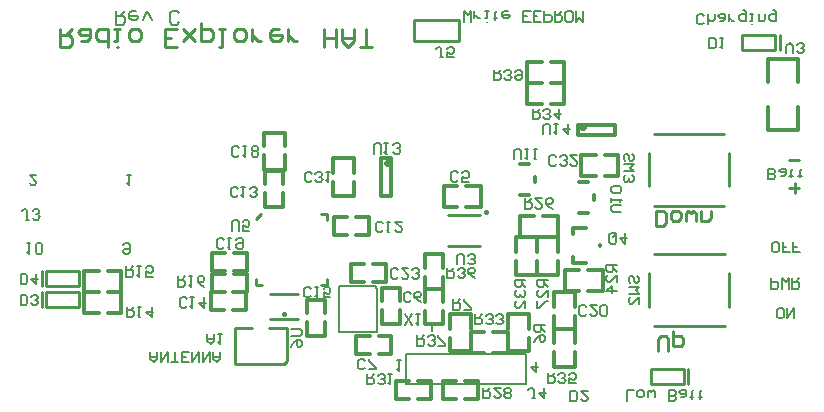
<source format=gbo>
*%FSLAX23Y23*%
*%MOIN*%
G01*
%ADD11C,0.000*%
%ADD12C,0.000*%
%ADD13C,0.000*%
%ADD14C,0.001*%
%ADD15C,0.002*%
%ADD16C,0.006*%
%ADD17C,0.007*%
%ADD18C,0.007*%
%ADD19C,0.008*%
%ADD20C,0.010*%
%ADD21C,0.012*%
%ADD22C,0.015*%
%ADD23C,0.015*%
%ADD24C,0.018*%
%ADD25C,0.020*%
%ADD26C,0.022*%
%ADD27C,0.024*%
%ADD28C,0.025*%
%ADD29C,0.028*%
%ADD30C,0.029*%
%ADD31C,0.031*%
%ADD32C,0.031*%
%ADD33C,0.035*%
%ADD34C,0.035*%
%ADD35C,0.039*%
%ADD36C,0.043*%
%ADD37C,0.045*%
%ADD38C,0.047*%
%ADD39C,0.048*%
%ADD40C,0.049*%
%ADD41C,0.050*%
%ADD42C,0.050*%
%ADD43C,0.051*%
%ADD44C,0.051*%
%ADD45C,0.054*%
%ADD46C,0.055*%
%ADD47C,0.055*%
%ADD48C,0.059*%
%ADD49C,0.059*%
%ADD50C,0.062*%
%ADD51C,0.066*%
%ADD52C,0.067*%
%ADD53C,0.070*%
%ADD54C,0.074*%
%ADD55C,0.115*%
%ADD56C,0.135*%
%ADD57C,0.138*%
%ADD58C,0.138*%
%ADD59C,0.158*%
%ADD60C,0.158*%
%ADD61C,0.190*%
%ADD62C,0.194*%
%ADD63C,0.236*%
%ADD64C,0.240*%
%ADD65R,0.011X0.030*%
%ADD66R,0.012X0.030*%
%ADD67R,0.014X0.033*%
%ADD68R,0.014X0.037*%
%ADD69R,0.015X0.034*%
%ADD70R,0.016X0.034*%
%ADD71R,0.018X0.037*%
%ADD72R,0.018X0.041*%
%ADD73R,0.020X0.025*%
%ADD74R,0.021X0.021*%
%ADD75R,0.024X0.029*%
%ADD76R,0.025X0.020*%
%ADD77R,0.029X0.024*%
%ADD78R,0.030X0.011*%
%ADD79R,0.030X0.030*%
%ADD80R,0.030X0.050*%
%ADD81R,0.031X0.031*%
%ADD82R,0.033X0.014*%
%ADD83R,0.034X0.015*%
%ADD84R,0.034X0.034*%
%ADD85R,0.034X0.054*%
%ADD86R,0.035X0.035*%
%ADD87R,0.037X0.014*%
%ADD88R,0.037X0.018*%
%ADD89R,0.039X0.014*%
%ADD90R,0.039X0.041*%
%ADD91R,0.040X0.050*%
%ADD92R,0.040X0.083*%
%ADD93R,0.041X0.018*%
%ADD94R,0.041X0.087*%
%ADD95R,0.043X0.018*%
%ADD96R,0.043X0.045*%
%ADD97R,0.044X0.054*%
%ADD98R,0.044X0.087*%
%ADD99R,0.045X0.091*%
%ADD100R,0.047X0.055*%
%ADD101R,0.048X0.024*%
%ADD102R,0.050X0.023*%
%ADD103R,0.050X0.030*%
%ADD104R,0.050X0.040*%
%ADD105R,0.050X0.060*%
%ADD106R,0.051X0.059*%
%ADD107R,0.052X0.028*%
%ADD108R,0.054X0.027*%
%ADD109R,0.054X0.034*%
%ADD110R,0.054X0.044*%
%ADD111R,0.054X0.064*%
%ADD112R,0.055X0.039*%
%ADD113R,0.057X0.012*%
%ADD114R,0.057X0.067*%
%ADD115R,0.059X0.043*%
%ADD116R,0.060X0.060*%
%ADD117R,0.061X0.024*%
%ADD118R,0.061X0.051*%
%ADD119R,0.061X0.016*%
%ADD120R,0.061X0.071*%
%ADD121R,0.063X0.039*%
%ADD122R,0.064X0.064*%
%ADD123R,0.065X0.028*%
%ADD124R,0.065X0.055*%
%ADD125R,0.067X0.043*%
%ADD126R,0.085X0.030*%
%ADD127R,0.085X0.085*%
%ADD128R,0.089X0.034*%
%ADD129R,0.094X0.030*%
%ADD130R,0.098X0.034*%
%ADD131R,0.104X0.104*%
%ADD132R,0.108X0.108*%
%ADD133R,0.116X0.138*%
%ADD134R,0.120X0.142*%
%ADD135R,0.169X0.169*%
%ADD136R,0.173X0.173*%
D16*
X9044Y7523D02*
Y7546D01*
Y7523D02*
X9056Y7511D01*
X9067Y7523D01*
Y7546D01*
Y7529D01*
X9044D01*
X9079Y7546D02*
Y7511D01*
X9102Y7546D01*
Y7511D01*
X9114D02*
X9137D01*
X9126D01*
Y7546D01*
X9149Y7511D02*
X9172D01*
X9149D02*
Y7546D01*
X9172D01*
X9161Y7529D02*
X9149D01*
X9184Y7546D02*
Y7511D01*
X9207Y7546D01*
Y7511D01*
X9219D02*
Y7546D01*
X9242D02*
X9219Y7511D01*
X9242D02*
Y7546D01*
X9254D02*
Y7523D01*
X9266Y7511D01*
X9277Y7523D01*
Y7546D01*
Y7529D01*
X9254D01*
X8929Y8636D02*
Y8681D01*
Y8636D02*
X8951D01*
X8959Y8644D01*
Y8659D01*
X8951Y8666D01*
X8929D01*
X8944D02*
X8959Y8681D01*
X8981D02*
X8996D01*
X8981D02*
X8974Y8674D01*
Y8659D01*
X8981Y8651D01*
X8996D01*
X9004Y8659D01*
Y8666D01*
X8974D01*
X9019Y8651D02*
X9034Y8681D01*
X9049Y8651D01*
X9131Y8636D02*
X9139Y8644D01*
X9131Y8636D02*
X9116D01*
X9109Y8644D01*
Y8674D01*
X9116Y8681D01*
X9131D01*
X9139Y8674D01*
X10089Y8681D02*
Y8646D01*
X10101Y8669D02*
X10089Y8681D01*
X10101Y8669D02*
X10112Y8681D01*
Y8646D01*
X10124Y8658D02*
Y8681D01*
Y8669D01*
X10130Y8664D01*
X10136Y8658D01*
X10141D01*
X10159Y8681D02*
X10171D01*
X10165D01*
Y8658D01*
X10159D01*
X10165Y8646D02*
X10166D01*
X10194Y8652D02*
Y8658D01*
X10188D01*
X10200D01*
X10194D01*
Y8675D01*
X10200Y8681D01*
X10223D02*
X10235D01*
X10223D02*
X10217Y8675D01*
Y8664D01*
X10223Y8658D01*
X10235D01*
X10241Y8664D01*
Y8669D01*
X10217D01*
X10287Y8646D02*
X10311D01*
X10287D02*
Y8681D01*
X10311D01*
X10299Y8664D02*
X10287D01*
X10322Y8646D02*
X10346D01*
X10322D02*
Y8681D01*
X10346D01*
X10334Y8664D02*
X10322D01*
X10357Y8681D02*
Y8646D01*
X10375D01*
X10381Y8652D01*
Y8664D01*
X10375Y8669D01*
X10357D01*
X10392Y8681D02*
Y8646D01*
X10410D01*
X10416Y8652D01*
Y8664D01*
X10410Y8669D01*
X10392D01*
X10404D02*
X10416Y8681D01*
X10433Y8646D02*
X10445D01*
X10433D02*
X10427Y8652D01*
Y8675D01*
X10433Y8681D01*
X10445D01*
X10451Y8675D01*
Y8652D01*
X10445Y8646D01*
X10462D02*
Y8681D01*
X10474Y8658D02*
X10462Y8646D01*
X10474Y8658D02*
X10486Y8646D01*
Y8681D01*
X11114Y7791D02*
Y7756D01*
X11131D01*
X11137Y7762D01*
Y7774D01*
X11131Y7779D01*
X11114D01*
X11149Y7791D02*
Y7756D01*
X11161Y7779D02*
X11149Y7791D01*
X11161Y7779D02*
X11172Y7791D01*
Y7756D01*
X11184D02*
Y7791D01*
Y7756D02*
X11201D01*
X11207Y7762D01*
Y7774D01*
X11201Y7779D01*
X11184D01*
X11196D02*
X11207Y7791D01*
X9879Y7517D02*
X9867D01*
X9873D02*
X9879D01*
X9873D02*
Y7482D01*
X9874D01*
X9873D02*
X9867Y7488D01*
X10329Y7477D02*
Y7512D01*
X10312Y7495D02*
X10329Y7477D01*
X10335Y7495D02*
X10312D01*
X11123Y7877D02*
X11134D01*
X11123D02*
X11117Y7883D01*
Y7906D01*
X11123Y7912D01*
X11134D01*
X11140Y7906D01*
Y7883D01*
X11134Y7877D01*
X11152D02*
X11175D01*
X11152D02*
Y7895D01*
X11164D01*
X11152D01*
Y7912D01*
X11187Y7877D02*
X11210D01*
X11187D02*
Y7895D01*
X11199D01*
X11187D01*
Y7912D01*
X11149Y7657D02*
X11138D01*
X11132Y7663D01*
Y7686D01*
X11138Y7692D01*
X11149D01*
X11155Y7686D01*
Y7663D01*
X11149Y7657D01*
X11167D02*
Y7692D01*
X11190D02*
X11167Y7657D01*
X11190D02*
Y7692D01*
X8664Y8136D02*
X8641D01*
X8664Y8113D01*
Y8107D01*
X8658Y8101D01*
X8647D01*
X8641Y8107D01*
X8966Y8136D02*
X8978D01*
X8972D01*
Y8101D01*
X8973D01*
X8972D02*
X8966Y8107D01*
X10884Y8637D02*
X10890Y8643D01*
X10884Y8637D02*
X10873D01*
X10867Y8643D01*
Y8666D01*
X10873Y8672D01*
X10884D01*
X10890Y8666D01*
X10902Y8672D02*
Y8637D01*
Y8655D02*
Y8672D01*
Y8655D02*
X10908Y8649D01*
X10919D01*
X10925Y8655D01*
Y8672D01*
X10943Y8649D02*
X10954D01*
X10960Y8655D01*
Y8672D01*
X10943D01*
X10937Y8666D01*
X10943Y8660D01*
X10960D01*
X10972Y8649D02*
Y8672D01*
Y8660D01*
X10978Y8655D01*
X10984Y8649D01*
X10989D01*
X11019Y8684D02*
X11024D01*
X11030Y8678D01*
Y8649D01*
X11013D01*
X11007Y8655D01*
Y8666D01*
X11013Y8672D01*
X11030D01*
X11042D02*
X11054D01*
X11048D01*
Y8649D01*
X11042D01*
X11048Y8637D02*
X11049D01*
X11071Y8649D02*
Y8672D01*
Y8649D02*
X11089D01*
X11094Y8655D01*
Y8672D01*
X11118Y8684D02*
X11124D01*
X11129Y8678D01*
Y8649D01*
X11112D01*
X11106Y8655D01*
Y8666D01*
X11112Y8672D01*
X11129D01*
X8958Y7907D02*
X8952Y7901D01*
X8958Y7907D02*
X8969D01*
X8975Y7901D01*
Y7878D01*
X8969Y7872D01*
X8958D01*
X8952Y7878D01*
Y7884D01*
X8958Y7890D01*
X8975D01*
X8644Y7907D02*
X8632D01*
X8638D02*
X8644D01*
X8638D02*
Y7872D01*
X8639D01*
X8638D02*
X8632Y7878D01*
X8661D02*
X8667Y7872D01*
X8679D01*
X8684Y7878D01*
Y7901D01*
X8679Y7907D01*
X8667D01*
X8661Y7901D01*
Y7878D01*
X10632Y7417D02*
Y7382D01*
Y7417D02*
X10655D01*
X10673D02*
X10684D01*
X10690Y7411D01*
Y7400D01*
X10684Y7394D01*
X10673D01*
X10667Y7400D01*
Y7411D01*
X10673Y7417D01*
X10702Y7411D02*
Y7394D01*
Y7411D02*
X10708Y7417D01*
X10714Y7411D01*
X10719Y7417D01*
X10725Y7411D01*
Y7394D01*
X10772Y7382D02*
Y7417D01*
X10789D01*
X10795Y7411D01*
Y7405D01*
X10789Y7400D01*
X10772D01*
X10773D01*
X10772D02*
X10773D01*
X10772D02*
X10773D01*
X10772D02*
X10789D01*
X10795Y7394D01*
Y7388D01*
X10789Y7382D01*
X10772D01*
X10813Y7394D02*
X10824D01*
X10830Y7400D01*
Y7417D01*
X10813D01*
X10807Y7411D01*
X10813Y7405D01*
X10830D01*
X10848Y7394D02*
Y7388D01*
Y7394D02*
X10842D01*
X10854D01*
X10848D01*
Y7411D01*
X10854Y7417D01*
X10877Y7394D02*
Y7388D01*
Y7394D02*
X10871D01*
X10883D01*
X10877D01*
Y7411D01*
X10883Y7417D01*
X11104Y8121D02*
Y8156D01*
X11121D01*
X11127Y8150D01*
Y8144D01*
X11121Y8139D01*
X11104D01*
X11105D01*
X11104D02*
X11105D01*
X11104D02*
X11105D01*
X11104D02*
X11121D01*
X11127Y8133D01*
Y8127D01*
X11121Y8121D01*
X11104D01*
X11145Y8133D02*
X11156D01*
X11162Y8139D01*
Y8156D01*
X11145D01*
X11139Y8150D01*
X11145Y8144D01*
X11162D01*
X11180Y8133D02*
Y8127D01*
Y8133D02*
X11174D01*
X11186D01*
X11180D01*
Y8150D01*
X11186Y8156D01*
X11209Y8133D02*
Y8127D01*
Y8133D02*
X11203D01*
X11215D01*
X11209D01*
Y8150D01*
X11215Y8156D01*
X10907Y8557D02*
Y8592D01*
X10924D01*
X10930Y8586D01*
Y8563D01*
X10924Y8557D01*
X10907D01*
X10942Y8592D02*
X10954D01*
X10948D01*
Y8557D01*
X10949D01*
X10948D02*
X10942Y8563D01*
X11164Y8564D02*
Y8541D01*
Y8564D02*
X11176Y8576D01*
X11187Y8564D01*
Y8541D01*
X11199Y8547D02*
X11205Y8541D01*
X11216D01*
X11222Y8547D01*
Y8553D01*
X11223D01*
X11222D02*
X11223D01*
X11222D02*
X11223D01*
X11222D02*
X11216Y8559D01*
X11211D01*
X11216D01*
X11222Y8564D01*
Y8570D01*
X11216Y8576D01*
X11205D01*
X11199Y8570D01*
X10597Y7935D02*
Y7912D01*
X10591Y7906D01*
X10580D01*
X10574Y7912D01*
Y7935D01*
X10580Y7941D01*
X10591D01*
X10597D02*
X10586Y7929D01*
X10591Y7941D02*
X10597Y7935D01*
X10626Y7941D02*
Y7906D01*
X10609Y7924D01*
X10632D01*
X10154Y7426D02*
Y7391D01*
X10171D01*
X10177Y7397D01*
Y7409D01*
X10171Y7414D01*
X10154D01*
X10166D02*
X10177Y7426D01*
X10189D02*
X10212D01*
X10189D02*
X10212Y7403D01*
Y7397D01*
X10206Y7391D01*
X10195D01*
X10189Y7397D01*
X10224D02*
X10230Y7391D01*
X10241D01*
X10247Y7397D01*
Y7403D01*
X10241Y7409D01*
X10247Y7414D01*
Y7420D01*
X10241Y7426D01*
X10230D01*
X10224Y7420D01*
Y7414D01*
X10230Y7409D01*
X10224Y7403D01*
Y7397D01*
X10230Y7409D02*
X10241D01*
X9767Y7437D02*
Y7472D01*
Y7437D02*
X9784D01*
X9790Y7443D01*
Y7455D01*
X9784Y7460D01*
X9767D01*
X9779D02*
X9790Y7472D01*
X9802Y7443D02*
X9808Y7437D01*
X9819D01*
X9825Y7443D01*
Y7449D01*
X9826D01*
X9825D02*
X9826D01*
X9825D02*
X9826D01*
X9825D02*
X9819Y7455D01*
X9814D01*
X9819D01*
X9825Y7460D01*
Y7466D01*
X9819Y7472D01*
X9808D01*
X9802Y7466D01*
X9837Y7472D02*
X9849D01*
X9843D01*
Y7437D01*
X9844D01*
X9843D02*
X9837Y7443D01*
X10316Y7391D02*
X10327D01*
X10321D02*
X10316D01*
X10321D02*
Y7420D01*
X10316Y7426D01*
X10310D01*
X10304Y7420D01*
X10356Y7426D02*
Y7391D01*
X10339Y7409D01*
X10362D01*
X9760Y7493D02*
X9754Y7487D01*
X9743D01*
X9737Y7493D01*
Y7516D01*
X9743Y7522D01*
X9754D01*
X9760Y7516D01*
X9772Y7487D02*
X9795D01*
Y7493D01*
X9772Y7516D01*
Y7522D01*
X9906Y7711D02*
X9912Y7717D01*
X9906Y7711D02*
X9895D01*
X9889Y7717D01*
Y7740D01*
X9895Y7746D01*
X9906D01*
X9912Y7740D01*
X9936Y7717D02*
X9947Y7711D01*
X9936Y7717D02*
X9924Y7729D01*
Y7740D01*
X9930Y7746D01*
X9941D01*
X9947Y7740D01*
Y7734D01*
X9941Y7729D01*
X9924D01*
X9340Y8202D02*
X9334Y8196D01*
X9323D01*
X9317Y8202D01*
Y8225D01*
X9323Y8231D01*
X9334D01*
X9340Y8225D01*
X9352Y8231D02*
X9364D01*
X9358D01*
Y8196D01*
X9359D01*
X9358D02*
X9352Y8202D01*
X9381D02*
X9387Y8196D01*
X9399D01*
X9404Y8202D01*
Y8208D01*
X9399Y8214D01*
X9404Y8219D01*
Y8225D01*
X9399Y8231D01*
X9387D01*
X9381Y8225D01*
Y8219D01*
X9387Y8214D01*
X9381Y8208D01*
Y8202D01*
X9387Y8214D02*
X9399D01*
X10009Y8527D02*
X10020D01*
X10014D02*
X10009D01*
X10014D02*
Y8556D01*
X10009Y8562D01*
X10003D01*
X9997Y8556D01*
X10032Y8527D02*
X10055D01*
X10032D02*
Y8545D01*
X10044Y8539D01*
X10049D01*
X10055Y8545D01*
Y8556D01*
X10049Y8562D01*
X10038D01*
X10032Y8556D01*
X10189Y8486D02*
Y8451D01*
X10206D01*
X10212Y8457D01*
Y8469D01*
X10206Y8474D01*
X10189D01*
X10201D02*
X10212Y8486D01*
X10224Y8457D02*
X10230Y8451D01*
X10241D01*
X10247Y8457D01*
Y8463D01*
X10248D01*
X10247D02*
X10248D01*
X10247D02*
X10248D01*
X10247D02*
X10241Y8469D01*
X10236D01*
X10241D01*
X10247Y8474D01*
Y8480D01*
X10241Y8486D01*
X10230D01*
X10224Y8480D01*
X10259D02*
X10265Y8486D01*
X10276D01*
X10282Y8480D01*
Y8457D01*
X10276Y8451D01*
X10265D01*
X10259Y8457D01*
Y8463D01*
X10265Y8469D01*
X10282D01*
X10319Y8356D02*
Y8321D01*
X10336D01*
X10342Y8327D01*
Y8339D01*
X10336Y8344D01*
X10319D01*
X10331D02*
X10342Y8356D01*
X10354Y8327D02*
X10360Y8321D01*
X10371D01*
X10377Y8327D01*
Y8333D01*
X10378D01*
X10377D02*
X10378D01*
X10377D02*
X10378D01*
X10377D02*
X10371Y8339D01*
X10366D01*
X10371D01*
X10377Y8344D01*
Y8350D01*
X10371Y8356D01*
X10360D01*
X10354Y8350D01*
X10406Y8356D02*
Y8321D01*
X10389Y8339D01*
X10412D01*
X10354Y8300D02*
Y8271D01*
Y8300D02*
X10360Y8306D01*
X10371D01*
X10377Y8300D01*
Y8271D01*
X10389Y8306D02*
X10401D01*
X10395D01*
Y8271D01*
X10396D01*
X10395D02*
X10389Y8277D01*
X10436Y8271D02*
Y8306D01*
X10418Y8289D02*
X10436Y8271D01*
X10441Y8289D02*
X10418D01*
X10444Y7416D02*
Y7381D01*
Y7416D02*
X10461D01*
X10467Y7410D01*
Y7387D01*
X10461Y7381D01*
X10444D01*
X10479Y7416D02*
X10502D01*
X10479D02*
X10502Y7393D01*
Y7387D01*
X10496Y7381D01*
X10485D01*
X10479Y7387D01*
X10644Y7775D02*
X10638Y7781D01*
Y7792D01*
X10644Y7798D01*
X10650D01*
X10656Y7792D01*
Y7781D01*
X10661Y7775D01*
X10667D01*
X10673Y7781D01*
Y7792D01*
X10667Y7798D01*
X10673Y7763D02*
X10638D01*
X10661Y7751D02*
X10673Y7763D01*
X10661Y7751D02*
X10673Y7740D01*
X10638D01*
X10673Y7728D02*
Y7705D01*
Y7728D02*
X10650Y7705D01*
X10644D01*
X10638Y7711D01*
Y7722D01*
X10644Y7728D01*
X10627Y8183D02*
X10621Y8189D01*
Y8200D01*
X10627Y8206D01*
X10633D01*
X10639Y8200D01*
Y8189D01*
X10644Y8183D01*
X10650D01*
X10656Y8189D01*
Y8200D01*
X10650Y8206D01*
X10656Y8171D02*
X10621D01*
X10644Y8159D02*
X10656Y8171D01*
X10644Y8159D02*
X10656Y8148D01*
X10621D01*
X10627Y8136D02*
X10621Y8130D01*
Y8119D01*
X10627Y8113D01*
X10633D01*
X10634D01*
X10633D02*
X10634D01*
X10633D02*
X10634D01*
X10633D02*
X10639Y8119D01*
Y8124D01*
Y8119D01*
X10644Y8113D01*
X10650D01*
X10656Y8119D01*
Y8130D01*
X10650Y8136D01*
X10397Y8172D02*
X10391Y8166D01*
X10380D01*
X10374Y8172D01*
Y8195D01*
X10380Y8201D01*
X10391D01*
X10397Y8195D01*
X10409Y8172D02*
X10415Y8166D01*
X10426D01*
X10432Y8172D01*
Y8178D01*
X10433D01*
X10432D02*
X10433D01*
X10432D02*
X10433D01*
X10432D02*
X10426Y8184D01*
X10421D01*
X10426D01*
X10432Y8189D01*
Y8195D01*
X10426Y8201D01*
X10415D01*
X10409Y8195D01*
X10444Y8201D02*
X10467D01*
X10444D02*
X10467Y8178D01*
Y8172D01*
X10461Y8166D01*
X10450D01*
X10444Y8172D01*
X10585Y8011D02*
X10614D01*
X10585D02*
X10579Y8017D01*
Y8028D01*
X10585Y8034D01*
X10614D01*
X10579Y8046D02*
Y8058D01*
Y8052D01*
X10614D01*
X10615D01*
X10614D02*
X10608Y8046D01*
Y8075D02*
X10614Y8081D01*
Y8093D01*
X10608Y8098D01*
X10585D01*
X10579Y8093D01*
Y8081D01*
X10585Y8075D01*
X10608D01*
X10257Y8187D02*
Y8216D01*
X10263Y8222D01*
X10274D01*
X10280Y8216D01*
Y8187D01*
X10292Y8222D02*
X10304D01*
X10298D01*
Y8187D01*
X10299D01*
X10298D02*
X10292Y8193D01*
X10321Y8222D02*
X10333D01*
X10327D01*
Y8187D01*
X10328D01*
X10327D02*
X10321Y8193D01*
X10070Y8118D02*
X10064Y8112D01*
X10053D01*
X10047Y8118D01*
Y8141D01*
X10053Y8147D01*
X10064D01*
X10070Y8141D01*
X10082Y8112D02*
X10105D01*
X10082D02*
Y8130D01*
X10094Y8124D01*
X10099D01*
X10105Y8130D01*
Y8141D01*
X10099Y8147D01*
X10088D01*
X10082Y8141D01*
X10034Y7826D02*
Y7791D01*
X10051D01*
X10057Y7797D01*
Y7809D01*
X10051Y7814D01*
X10034D01*
X10046D02*
X10057Y7826D01*
X10069Y7797D02*
X10075Y7791D01*
X10086D01*
X10092Y7797D01*
Y7803D01*
X10093D01*
X10092D02*
X10093D01*
X10092D02*
X10093D01*
X10092D02*
X10086Y7809D01*
X10081D01*
X10086D01*
X10092Y7814D01*
Y7820D01*
X10086Y7826D01*
X10075D01*
X10069Y7820D01*
X10116Y7797D02*
X10127Y7791D01*
X10116Y7797D02*
X10104Y7809D01*
Y7820D01*
X10110Y7826D01*
X10121D01*
X10127Y7820D01*
Y7814D01*
X10121Y7809D01*
X10104D01*
X9934Y7601D02*
Y7566D01*
X9951D01*
X9957Y7572D01*
Y7584D01*
X9951Y7589D01*
X9934D01*
X9946D02*
X9957Y7601D01*
X9969Y7572D02*
X9975Y7566D01*
X9986D01*
X9992Y7572D01*
Y7578D01*
X9993D01*
X9992D02*
X9993D01*
X9992D02*
X9993D01*
X9992D02*
X9986Y7584D01*
X9981D01*
X9986D01*
X9992Y7589D01*
Y7595D01*
X9986Y7601D01*
X9975D01*
X9969Y7595D01*
X10004Y7566D02*
X10027D01*
Y7572D01*
X10004Y7595D01*
Y7601D01*
X10054Y7686D02*
Y7721D01*
Y7686D02*
X10071D01*
X10077Y7692D01*
Y7704D01*
X10071Y7709D01*
X10054D01*
X10066D02*
X10077Y7721D01*
X10089Y7686D02*
X10112D01*
Y7692D01*
X10089Y7715D01*
Y7721D01*
X10127Y7672D02*
Y7637D01*
X10144D01*
X10150Y7643D01*
Y7655D01*
X10144Y7660D01*
X10127D01*
X10139D02*
X10150Y7672D01*
X10162Y7643D02*
X10168Y7637D01*
X10179D01*
X10185Y7643D01*
Y7649D01*
X10186D01*
X10185D02*
X10186D01*
X10185D02*
X10186D01*
X10185D02*
X10179Y7655D01*
X10174D01*
X10179D01*
X10185Y7660D01*
Y7666D01*
X10179Y7672D01*
X10168D01*
X10162Y7666D01*
X10197Y7643D02*
X10203Y7637D01*
X10214D01*
X10220Y7643D01*
Y7649D01*
X10221D01*
X10220D02*
X10221D01*
X10220D02*
X10221D01*
X10220D02*
X10214Y7655D01*
X10209D01*
X10214D01*
X10220Y7660D01*
Y7666D01*
X10214Y7672D01*
X10203D01*
X10197Y7666D01*
X10324Y7636D02*
X10359D01*
X10324D02*
Y7619D01*
X10330Y7613D01*
X10342D01*
X10347Y7619D01*
Y7636D01*
Y7624D02*
X10359Y7613D01*
X10330Y7589D02*
X10324Y7578D01*
X10330Y7589D02*
X10342Y7601D01*
X10353D01*
X10359Y7595D01*
Y7584D01*
X10353Y7578D01*
X10347D01*
X10342Y7584D01*
Y7601D01*
X10369Y7476D02*
Y7441D01*
X10386D01*
X10392Y7447D01*
Y7459D01*
X10386Y7464D01*
X10369D01*
X10381D02*
X10392Y7476D01*
X10404Y7447D02*
X10410Y7441D01*
X10421D01*
X10427Y7447D01*
Y7453D01*
X10428D01*
X10427D02*
X10428D01*
X10427D02*
X10428D01*
X10427D02*
X10421Y7459D01*
X10416D01*
X10421D01*
X10427Y7464D01*
Y7470D01*
X10421Y7476D01*
X10410D01*
X10404Y7470D01*
X10439Y7441D02*
X10462D01*
X10439D02*
Y7459D01*
X10451Y7453D01*
X10456D01*
X10462Y7459D01*
Y7470D01*
X10456Y7476D01*
X10445D01*
X10439Y7470D01*
X10491Y7666D02*
X10497Y7672D01*
X10491Y7666D02*
X10480D01*
X10474Y7672D01*
Y7695D01*
X10480Y7701D01*
X10491D01*
X10497Y7695D01*
X10509Y7701D02*
X10532D01*
X10509D02*
X10532Y7678D01*
Y7672D01*
X10526Y7666D01*
X10515D01*
X10509Y7672D01*
X10544D02*
X10550Y7666D01*
X10561D01*
X10567Y7672D01*
Y7695D01*
X10561Y7701D01*
X10550D01*
X10544Y7695D01*
Y7672D01*
X10564Y7836D02*
X10599D01*
X10564D02*
Y7819D01*
X10570Y7813D01*
X10582D01*
X10587Y7819D01*
Y7836D01*
Y7824D02*
X10599Y7813D01*
Y7801D02*
Y7778D01*
Y7801D02*
X10576Y7778D01*
X10570D01*
X10564Y7784D01*
Y7795D01*
X10570Y7801D01*
X10564Y7749D02*
X10599D01*
X10582Y7766D02*
X10564Y7749D01*
X10582Y7743D02*
Y7766D01*
X10294Y7786D02*
X10259D01*
Y7769D01*
X10265Y7763D01*
X10277D01*
X10282Y7769D01*
Y7786D01*
Y7774D02*
X10294Y7763D01*
X10265Y7751D02*
X10259Y7745D01*
Y7734D01*
X10265Y7728D01*
X10271D01*
X10272D01*
X10271D02*
X10272D01*
X10271D02*
X10272D01*
X10271D02*
X10277Y7734D01*
Y7739D01*
Y7734D01*
X10282Y7728D01*
X10288D01*
X10294Y7734D01*
Y7745D01*
X10288Y7751D01*
X10294Y7716D02*
Y7693D01*
Y7716D02*
X10271Y7693D01*
X10265D01*
X10259Y7699D01*
Y7710D01*
X10265Y7716D01*
X10334Y7786D02*
X10369D01*
X10334D02*
Y7769D01*
X10340Y7763D01*
X10352D01*
X10357Y7769D01*
Y7786D01*
Y7774D02*
X10369Y7763D01*
Y7751D02*
Y7728D01*
Y7751D02*
X10346Y7728D01*
X10340D01*
X10334Y7734D01*
Y7745D01*
X10340Y7751D01*
X10334Y7716D02*
Y7693D01*
X10340D01*
X10363Y7716D01*
X10369D01*
X10292Y8022D02*
Y8057D01*
Y8022D02*
X10309D01*
X10315Y8028D01*
Y8040D01*
X10309Y8045D01*
X10292D01*
X10304D02*
X10315Y8057D01*
X10327D02*
X10350D01*
X10327D02*
X10350Y8034D01*
Y8028D01*
X10344Y8022D01*
X10333D01*
X10327Y8028D01*
X10374D02*
X10385Y8022D01*
X10374Y8028D02*
X10362Y8040D01*
Y8051D01*
X10368Y8057D01*
X10379D01*
X10385Y8051D01*
Y8045D01*
X10379Y8040D01*
X10362D01*
X10067Y7866D02*
Y7837D01*
Y7866D02*
X10073Y7872D01*
X10084D01*
X10090Y7866D01*
Y7837D01*
X10102Y7843D02*
X10108Y7837D01*
X10119D01*
X10125Y7843D01*
Y7849D01*
X10126D01*
X10125D02*
X10126D01*
X10125D02*
X10126D01*
X10125D02*
X10119Y7855D01*
X10114D01*
X10119D01*
X10125Y7860D01*
Y7866D01*
X10119Y7872D01*
X10108D01*
X10102Y7866D01*
X9789Y8206D02*
Y8235D01*
X9795Y8241D01*
X9806D01*
X9812Y8235D01*
Y8206D01*
X9824Y8241D02*
X9836D01*
X9830D01*
Y8206D01*
X9831D01*
X9830D02*
X9824Y8212D01*
X9853D02*
X9859Y8206D01*
X9871D01*
X9876Y8212D01*
Y8218D01*
X9877D01*
X9876D02*
X9877D01*
X9876D02*
X9877D01*
X9876D02*
X9871Y8224D01*
X9865D01*
X9871D01*
X9876Y8229D01*
Y8235D01*
X9871Y8241D01*
X9859D01*
X9853Y8235D01*
X9582Y8117D02*
X9576Y8111D01*
X9565D01*
X9559Y8117D01*
Y8140D01*
X9565Y8146D01*
X9576D01*
X9582Y8140D01*
X9594Y8117D02*
X9600Y8111D01*
X9611D01*
X9617Y8117D01*
Y8123D01*
X9618D01*
X9617D02*
X9618D01*
X9617D02*
X9618D01*
X9617D02*
X9611Y8129D01*
X9606D01*
X9611D01*
X9617Y8134D01*
Y8140D01*
X9611Y8146D01*
X9600D01*
X9594Y8140D01*
X9629Y8146D02*
X9641D01*
X9635D01*
Y8111D01*
X9636D01*
X9635D02*
X9629Y8117D01*
X9813Y7945D02*
X9819Y7951D01*
X9813Y7945D02*
X9802D01*
X9796Y7951D01*
Y7974D01*
X9802Y7980D01*
X9813D01*
X9819Y7974D01*
X9831Y7980D02*
X9843D01*
X9837D01*
Y7945D01*
X9838D01*
X9837D02*
X9831Y7951D01*
X9860Y7980D02*
X9883D01*
X9860D02*
X9883Y7957D01*
Y7951D01*
X9878Y7945D01*
X9866D01*
X9860Y7951D01*
X9869Y7796D02*
X9863Y7790D01*
X9852D01*
X9846Y7796D01*
Y7819D01*
X9852Y7825D01*
X9863D01*
X9869Y7819D01*
X9881Y7825D02*
X9904D01*
X9881D02*
X9904Y7802D01*
Y7796D01*
X9898Y7790D01*
X9887D01*
X9881Y7796D01*
X9916D02*
X9922Y7790D01*
X9933D01*
X9939Y7796D01*
Y7802D01*
X9940D01*
X9939D02*
X9940D01*
X9939D02*
X9940D01*
X9939D02*
X9933Y7808D01*
X9928D01*
X9933D01*
X9939Y7813D01*
Y7819D01*
X9933Y7825D01*
X9922D01*
X9916Y7819D01*
X9917Y7671D02*
X9894Y7636D01*
X9917D02*
X9894Y7671D01*
X9929D02*
X9941D01*
X9935D01*
Y7636D01*
X9936D01*
X9935D02*
X9929Y7642D01*
X9580Y7733D02*
X9574Y7727D01*
X9563D01*
X9557Y7733D01*
Y7756D01*
X9563Y7762D01*
X9574D01*
X9580Y7756D01*
X9592Y7762D02*
X9604D01*
X9598D01*
Y7727D01*
X9599D01*
X9598D02*
X9592Y7733D01*
X9621Y7727D02*
X9644D01*
X9621D02*
Y7745D01*
X9633Y7739D01*
X9639D01*
X9644Y7745D01*
Y7756D01*
X9639Y7762D01*
X9627D01*
X9621Y7756D01*
X9543Y7621D02*
X9514D01*
X9543D02*
X9549Y7615D01*
Y7604D01*
X9543Y7598D01*
X9514D01*
X9520Y7574D02*
X9514Y7563D01*
X9520Y7574D02*
X9532Y7586D01*
X9543D01*
X9549Y7580D01*
Y7569D01*
X9543Y7563D01*
X9537D01*
X9532Y7569D01*
Y7586D01*
X9234Y7583D02*
Y7606D01*
Y7583D02*
X9246Y7571D01*
X9257Y7583D01*
Y7606D01*
Y7589D01*
X9234D01*
X9269Y7606D02*
X9281D01*
X9275D01*
Y7571D01*
X9276D01*
X9275D02*
X9269Y7577D01*
X9159Y7692D02*
X9165Y7698D01*
X9159Y7692D02*
X9148D01*
X9142Y7698D01*
Y7721D01*
X9148Y7727D01*
X9159D01*
X9165Y7721D01*
X9177Y7727D02*
X9189D01*
X9183D01*
Y7692D01*
X9184D01*
X9183D02*
X9177Y7698D01*
X9224Y7692D02*
Y7727D01*
X9206Y7710D02*
X9224Y7692D01*
X9229Y7710D02*
X9206D01*
X9137Y7762D02*
Y7797D01*
Y7762D02*
X9154D01*
X9160Y7768D01*
Y7780D01*
X9154Y7785D01*
X9137D01*
X9149D02*
X9160Y7797D01*
X9172D02*
X9184D01*
X9178D01*
Y7762D01*
X9179D01*
X9178D02*
X9172Y7768D01*
X9213D02*
X9224Y7762D01*
X9213Y7768D02*
X9201Y7780D01*
Y7791D01*
X9207Y7797D01*
X9219D01*
X9224Y7791D01*
Y7785D01*
X9219Y7780D01*
X9201D01*
X9283Y7890D02*
X9289Y7896D01*
X9283Y7890D02*
X9272D01*
X9266Y7896D01*
Y7919D01*
X9272Y7925D01*
X9283D01*
X9289Y7919D01*
X9301Y7925D02*
X9313D01*
X9307D01*
Y7890D01*
X9308D01*
X9307D02*
X9301Y7896D01*
X9330Y7919D02*
X9336Y7925D01*
X9348D01*
X9353Y7919D01*
Y7896D01*
X9348Y7890D01*
X9336D01*
X9330Y7896D01*
Y7902D01*
X9336Y7908D01*
X9353D01*
X9316Y7950D02*
Y7979D01*
X9322Y7985D01*
X9333D01*
X9339Y7979D01*
Y7950D01*
X9351D02*
X9374D01*
X9351D02*
Y7968D01*
X9363Y7962D01*
X9368D01*
X9374Y7968D01*
Y7979D01*
X9368Y7985D01*
X9357D01*
X9351Y7979D01*
X9329Y8061D02*
X9335Y8067D01*
X9329Y8061D02*
X9318D01*
X9312Y8067D01*
Y8090D01*
X9318Y8096D01*
X9329D01*
X9335Y8090D01*
X9347Y8096D02*
X9359D01*
X9353D01*
Y8061D01*
X9354D01*
X9353D02*
X9347Y8067D01*
X9376D02*
X9382Y8061D01*
X9394D01*
X9399Y8067D01*
Y8073D01*
X9400D01*
X9399D02*
X9400D01*
X9399D02*
X9400D01*
X9399D02*
X9394Y8079D01*
X9388D01*
X9394D01*
X9399Y8084D01*
Y8090D01*
X9394Y8096D01*
X9382D01*
X9376Y8090D01*
X8639Y7986D02*
X8628D01*
X8633D01*
Y8015D01*
X8628Y8021D01*
X8622D01*
X8616Y8015D01*
X8651Y7992D02*
X8657Y7986D01*
X8668D01*
X8674Y7992D01*
Y7998D01*
X8675D01*
X8674D02*
X8675D01*
X8674D02*
X8675D01*
X8674D02*
X8668Y8004D01*
X8663D01*
X8668D01*
X8674Y8009D01*
Y8015D01*
X8668Y8021D01*
X8657D01*
X8651Y8015D01*
X8611Y7736D02*
Y7701D01*
Y7736D02*
X8628D01*
X8634Y7730D01*
Y7707D01*
X8628Y7701D01*
X8611D01*
X8646Y7707D02*
X8652Y7701D01*
X8663D01*
X8669Y7707D01*
Y7713D01*
X8670D01*
X8669D02*
X8670D01*
X8669D02*
X8670D01*
X8669D02*
X8663Y7719D01*
X8658D01*
X8663D01*
X8669Y7724D01*
Y7730D01*
X8663Y7736D01*
X8652D01*
X8646Y7730D01*
X8611Y7771D02*
Y7806D01*
X8628D01*
X8634Y7800D01*
Y7777D01*
X8628Y7771D01*
X8611D01*
X8663D02*
Y7806D01*
X8646Y7789D02*
X8663Y7771D01*
X8669Y7789D02*
X8646D01*
X8964Y7796D02*
Y7831D01*
Y7796D02*
X8981D01*
X8987Y7802D01*
Y7814D01*
X8981Y7819D01*
X8964D01*
X8976D02*
X8987Y7831D01*
X8999D02*
X9011D01*
X9005D01*
Y7796D01*
X9006D01*
X9005D02*
X8999Y7802D01*
X9028Y7796D02*
X9051D01*
X9028D02*
Y7814D01*
X9040Y7808D01*
X9046D01*
X9051Y7814D01*
Y7825D01*
X9046Y7831D01*
X9034D01*
X9028Y7825D01*
X8966Y7696D02*
Y7661D01*
X8983D01*
X8989Y7667D01*
Y7679D01*
X8983Y7684D01*
X8966D01*
X8978D02*
X8989Y7696D01*
X9001D02*
X9013D01*
X9007D01*
Y7661D01*
X9008D01*
X9007D02*
X9001Y7667D01*
X9048Y7661D02*
Y7696D01*
X9030Y7679D02*
X9048Y7661D01*
X9053Y7679D02*
X9030D01*
D19*
X9984Y7641D02*
Y7616D01*
X10296Y7538D02*
Y7438D01*
X9896D02*
Y7538D01*
X10296D01*
Y7438D02*
X9896D01*
X9800Y7756D02*
X9791Y7766D01*
X9800Y7756D02*
X9800Y7612D01*
X9673D02*
Y7766D01*
Y7612D02*
X9800D01*
X9791Y7766D02*
X9673D01*
D20*
X8744Y8561D02*
Y8621D01*
Y8561D02*
X8774D01*
X8784Y8571D01*
Y8591D01*
X8774Y8601D01*
X8744D01*
X8764D02*
X8784Y8621D01*
X8814Y8581D02*
X8834D01*
X8844Y8591D01*
Y8621D01*
X8814D01*
X8804Y8611D01*
X8814Y8601D01*
X8844D01*
X8904Y8621D02*
Y8561D01*
Y8621D02*
X8874D01*
X8864Y8611D01*
Y8591D01*
X8874Y8581D01*
X8904D01*
X8924Y8621D02*
X8944D01*
X8934D01*
Y8581D01*
X8924D01*
X8934Y8561D02*
X8935D01*
X8984Y8621D02*
X9004D01*
X9014Y8611D01*
Y8591D01*
X9004Y8581D01*
X8984D01*
X8974Y8591D01*
Y8611D01*
X8984Y8621D01*
X9094Y8561D02*
X9134D01*
X9094D02*
Y8621D01*
X9134D01*
X9114Y8591D02*
X9094D01*
X9154Y8581D02*
X9194Y8621D01*
X9174Y8601D01*
X9194Y8581D01*
X9154Y8621D01*
X9214Y8641D02*
Y8581D01*
X9244D01*
X9254Y8591D01*
Y8611D01*
X9244Y8621D01*
X9214D01*
X9274D02*
X9294D01*
X9284D01*
Y8561D01*
X9274D01*
X9334Y8621D02*
X9354D01*
X9364Y8611D01*
Y8591D01*
X9354Y8581D01*
X9334D01*
X9324Y8591D01*
Y8611D01*
X9334Y8621D01*
X9384D02*
Y8581D01*
Y8601D02*
Y8621D01*
Y8601D02*
X9394Y8591D01*
X9404Y8581D01*
X9414D01*
X9454Y8621D02*
X9474D01*
X9454D02*
X9444Y8611D01*
Y8591D01*
X9454Y8581D01*
X9474D01*
X9484Y8591D01*
Y8601D01*
X9444D01*
X9504Y8621D02*
Y8581D01*
Y8601D02*
Y8621D01*
Y8601D02*
X9514Y8591D01*
X9524Y8581D01*
X9534D01*
X9624Y8561D02*
Y8621D01*
Y8591D01*
X9664D01*
Y8561D01*
Y8621D01*
X9684D02*
Y8581D01*
X9704Y8561D01*
X9724Y8581D01*
Y8621D01*
Y8591D01*
X9684D01*
X9744Y8561D02*
X9784D01*
X9764D01*
Y8621D01*
X10729Y8016D02*
Y7966D01*
Y8016D02*
X10754D01*
X10762Y8008D01*
Y7974D01*
X10754Y7966D01*
X10729D01*
X10787Y8016D02*
X10804D01*
X10812Y8008D01*
Y7991D01*
X10804Y7983D01*
X10787D01*
X10779Y7991D01*
Y8008D01*
X10787Y8016D01*
X10829Y8008D02*
Y7983D01*
Y8008D02*
X10837Y8016D01*
X10846Y8008D01*
X10854Y8016D01*
X10862Y8008D01*
Y7983D01*
X10879D02*
Y8016D01*
Y7983D02*
X10904D01*
X10912Y7991D01*
Y8016D01*
X10737Y7589D02*
Y7547D01*
Y7589D02*
X10745Y7597D01*
X10762D01*
X10770Y7589D01*
Y7547D01*
X10787Y7564D02*
Y7614D01*
Y7564D02*
X10812D01*
X10820Y7572D01*
Y7589D01*
X10812Y7597D01*
X10787D01*
X11174Y8186D02*
X11207D01*
Y8091D02*
X11174D01*
X11191Y8108D02*
Y8074D01*
X11142Y8552D02*
Y8602D01*
X11017D02*
Y8552D01*
X11127D02*
Y8602D01*
X11022D02*
X11017D01*
Y8552D02*
X11127D01*
Y8602D02*
X11022D01*
X9922Y8581D02*
Y8651D01*
X10071D02*
Y8581D01*
X9922D01*
Y8651D02*
X10071D01*
X10837Y7487D02*
Y7437D01*
X10712D02*
Y7487D01*
X10822D02*
Y7437D01*
X10717Y7487D02*
X10712D01*
Y7437D02*
X10822D01*
Y7487D02*
X10717D01*
X10707Y7696D02*
Y7807D01*
X10974D02*
Y7696D01*
X10958Y7871D02*
X10723D01*
Y7631D02*
X10958D01*
X10706Y8098D02*
Y8209D01*
X10973D02*
Y8098D01*
X10957Y8273D02*
X10722D01*
Y8033D02*
X10957D01*
X10167Y8015D02*
X10159D01*
Y8007D01*
X10167D01*
Y8015D01*
X10142Y7897D02*
X10037D01*
Y8002D02*
X10142D01*
X9491Y7675D02*
X9485D01*
Y7669D01*
X9491D01*
Y7675D01*
X9536Y7655D02*
X9441D01*
Y7740D02*
X9536D01*
X9498Y7515D02*
X9490Y7505D01*
X9498Y7515D02*
Y7624D01*
X9325Y7624D02*
Y7506D01*
X9326Y7504D02*
X9488D01*
X9384Y7624D02*
X9327D01*
X9440D02*
X9495D01*
X9396Y7987D02*
X9413Y8005D01*
X9396Y7790D02*
Y7770D01*
X9631D02*
Y7790D01*
Y7985D02*
Y8005D01*
X9416Y7770D02*
X9396D01*
X9611Y8005D02*
X9631D01*
Y7770D02*
X9611D01*
X8681Y7746D02*
Y7696D01*
X8806D02*
Y7746D01*
X8696D02*
Y7696D01*
X8801D02*
X8806D01*
Y7746D02*
X8696D01*
Y7696D02*
X8801D01*
X8681Y7766D02*
Y7816D01*
X8806D02*
Y7766D01*
X8696D02*
Y7816D01*
X8801Y7766D02*
X8806D01*
Y7816D02*
X8696D01*
Y7766D02*
X8801D01*
D21*
X11204Y8446D02*
Y8521D01*
X11104D02*
Y8446D01*
Y8361D02*
Y8286D01*
X11204D02*
Y8361D01*
Y8521D02*
X11104D01*
Y8286D02*
X11204D01*
X10452Y7862D02*
Y7842D01*
X10542Y7897D02*
Y7902D01*
X10452Y7937D02*
Y7957D01*
Y7842D02*
X10497D01*
Y7957D02*
X10452D01*
X10137Y7447D02*
Y7387D01*
X10020D02*
Y7447D01*
X10092D02*
X10137D01*
Y7387D02*
X10092D01*
X10062D02*
X10020D01*
Y7447D02*
X10062D01*
X9862D02*
Y7387D01*
X9979D02*
Y7447D01*
X9907Y7387D02*
X9862D01*
Y7447D02*
X9907D01*
X9937D02*
X9979D01*
Y7387D02*
X9937D01*
X9730Y7537D02*
Y7597D01*
X9847D02*
Y7537D01*
X9775D02*
X9730D01*
Y7597D02*
X9775D01*
X9805D02*
X9847D01*
Y7537D02*
X9805D01*
X9876Y7640D02*
Y7685D01*
X9816D02*
Y7640D01*
Y7715D02*
Y7757D01*
X9876D02*
Y7715D01*
Y7640D02*
X9816D01*
Y7757D02*
X9876D01*
X9422Y8231D02*
Y8276D01*
X9492D02*
Y8231D01*
Y8201D02*
Y8151D01*
X9422D02*
Y8201D01*
Y8276D02*
X9492D01*
Y8151D02*
X9422D01*
X10424Y8441D02*
Y8511D01*
X10299D02*
Y8441D01*
X10379Y8511D02*
X10424D01*
Y8441D02*
X10379D01*
X10349D02*
X10299D01*
Y8511D02*
X10349D01*
X10299Y8441D02*
Y8371D01*
X10424D02*
Y8441D01*
X10349D02*
X10299D01*
Y8371D02*
X10349D01*
X10379D02*
X10424D01*
Y8441D02*
X10379D01*
X10491Y8292D02*
X10490Y8289D01*
X10487Y8287D01*
X10483Y8287D01*
X10481Y8290D01*
Y8294D01*
X10483Y8297D01*
X10487Y8297D01*
X10490Y8295D01*
X10491Y8292D01*
X10594Y8302D02*
Y8269D01*
X10468D02*
Y8302D01*
Y8269D02*
X10594D01*
Y8302D02*
X10468D01*
X10479Y8201D02*
Y8131D01*
X10604D02*
Y8201D01*
X10529D02*
X10479D01*
Y8131D02*
X10529D01*
X10559D02*
X10604D01*
Y8201D02*
X10559D01*
X10522Y8067D02*
Y8052D01*
X10502Y8007D02*
X10472D01*
Y8112D02*
X10502D01*
X10327D02*
Y8127D01*
X10307Y8067D02*
X10277D01*
Y8172D02*
X10307D01*
X10147Y8097D02*
Y8027D01*
X10022D02*
Y8097D01*
X10097Y8027D02*
X10147D01*
Y8097D02*
X10097D01*
X10067D02*
X10022D01*
Y8027D02*
X10067D01*
X9959Y7796D02*
Y7754D01*
X10019D02*
Y7796D01*
Y7826D02*
Y7871D01*
X9959D02*
Y7826D01*
Y7754D02*
X10019D01*
Y7871D02*
X9959D01*
Y7681D02*
Y7639D01*
X10019D02*
Y7681D01*
Y7711D02*
Y7756D01*
X9959D02*
Y7711D01*
Y7639D02*
X10019D01*
Y7756D02*
X9959D01*
X10112Y7592D02*
Y7547D01*
X10042D02*
Y7592D01*
Y7622D02*
Y7672D01*
X10112D02*
Y7622D01*
Y7547D02*
X10042D01*
Y7672D02*
X10112D01*
Y7612D02*
Y7542D01*
X10237D02*
Y7612D01*
X10157Y7542D02*
X10112D01*
Y7612D02*
X10157D01*
X10187D02*
X10237D01*
Y7542D02*
X10187D01*
X10307Y7547D02*
Y7592D01*
X10237D02*
Y7547D01*
Y7622D02*
Y7672D01*
X10307D02*
Y7622D01*
Y7547D02*
X10237D01*
Y7672D02*
X10307D01*
X10389Y7546D02*
Y7496D01*
X10459D02*
Y7546D01*
Y7576D02*
Y7621D01*
X10389D02*
Y7576D01*
Y7496D02*
X10459D01*
Y7621D02*
X10389D01*
X10459Y7696D02*
Y7746D01*
X10389D02*
Y7696D01*
Y7666D02*
Y7621D01*
X10459D02*
Y7666D01*
Y7746D02*
X10389D01*
Y7621D02*
X10459D01*
X10427Y7747D02*
Y7817D01*
X10552D02*
Y7747D01*
X10472D02*
X10427D01*
Y7817D02*
X10472D01*
X10502D02*
X10552D01*
Y7747D02*
X10502D01*
X10332Y7877D02*
Y7927D01*
X10262D02*
Y7877D01*
Y7847D02*
Y7802D01*
X10332D02*
Y7847D01*
Y7927D02*
X10262D01*
Y7802D02*
X10332D01*
X10402Y7877D02*
Y7927D01*
X10332D02*
Y7877D01*
Y7847D02*
Y7802D01*
X10402D02*
Y7847D01*
Y7927D02*
X10332D01*
Y7802D02*
X10402D01*
X10277Y7927D02*
Y7997D01*
X10402D02*
Y7927D01*
X10322D02*
X10277D01*
Y7997D02*
X10322D01*
X10352D02*
X10402D01*
Y7927D02*
X10352D01*
X9840Y8174D02*
X9839Y8171D01*
X9836Y8169D01*
X9832Y8169D01*
X9830Y8172D01*
Y8176D01*
X9832Y8179D01*
X9836Y8179D01*
X9839Y8177D01*
X9840Y8174D01*
X9812Y8192D02*
Y8066D01*
X9845D02*
Y8192D01*
Y8066D02*
X9812D01*
Y8192D02*
X9845D01*
X9724Y8191D02*
Y8141D01*
X9654D02*
Y8191D01*
Y8111D02*
Y8066D01*
X9724D02*
Y8111D01*
Y8191D02*
X9654D01*
Y8066D02*
X9724D01*
X9773Y7995D02*
Y7935D01*
X9656D02*
Y7995D01*
X9728D02*
X9773D01*
Y7935D02*
X9728D01*
X9698D02*
X9656D01*
Y7995D02*
X9698D01*
X9828Y7840D02*
Y7780D01*
X9711D02*
Y7840D01*
X9786Y7780D02*
X9828D01*
Y7840D02*
X9786D01*
X9756D02*
X9711D01*
Y7780D02*
X9756D01*
X9626Y7717D02*
Y7675D01*
X9566D02*
Y7717D01*
Y7645D02*
Y7600D01*
X9626D02*
Y7645D01*
Y7717D02*
X9566D01*
Y7600D02*
X9626D01*
X9246Y7685D02*
Y7745D01*
X9363D02*
Y7685D01*
X9288Y7745D02*
X9246D01*
Y7685D02*
X9288D01*
X9318D02*
X9363D01*
Y7745D02*
X9318D01*
X9366D02*
Y7805D01*
X9249D02*
Y7745D01*
X9321Y7805D02*
X9366D01*
Y7745D02*
X9321D01*
X9291D02*
X9249D01*
Y7805D02*
X9291D01*
X9366Y7815D02*
Y7875D01*
X9249D02*
Y7815D01*
X9321Y7875D02*
X9366D01*
Y7815D02*
X9321D01*
X9291D02*
X9249D01*
Y7875D02*
X9291D01*
X9486Y8030D02*
Y8075D01*
X9426D02*
Y8030D01*
Y8105D02*
Y8147D01*
X9486D02*
Y8105D01*
Y8030D02*
X9426D01*
Y8147D02*
X9486D01*
X8821Y7816D02*
Y7746D01*
X8946D02*
Y7816D01*
X8871D02*
X8821D01*
Y7746D02*
X8871D01*
X8901D02*
X8946D01*
Y7816D02*
X8901D01*
X8821Y7746D02*
Y7676D01*
X8946D02*
Y7746D01*
X8871D02*
X8821D01*
Y7676D02*
X8871D01*
X8901D02*
X8946D01*
Y7746D02*
X8901D01*
D02*
M02*

</source>
